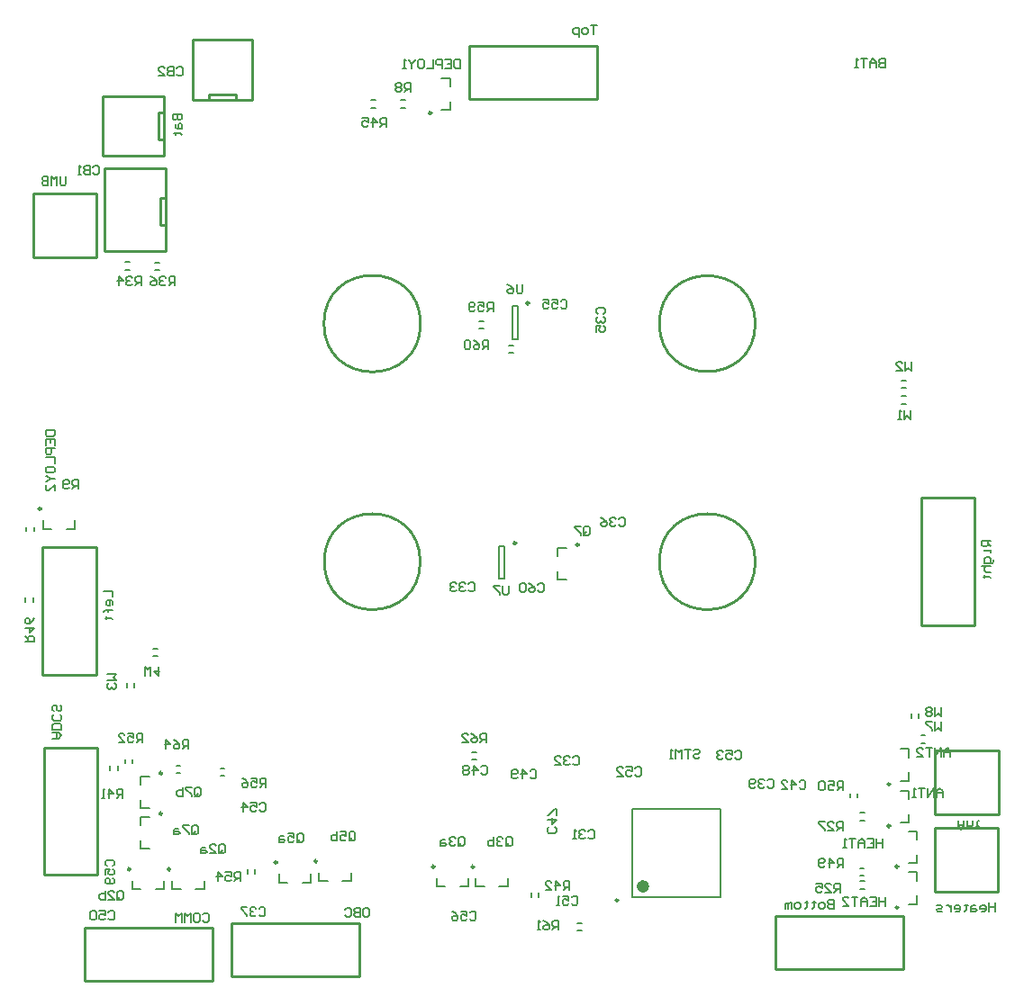
<source format=gbr>
%TF.GenerationSoftware,Altium Limited,Altium Designer,18.1.7 (191)*%
G04 Layer_Color=32896*
%FSLAX43Y43*%
%MOMM*%
%TF.FileFunction,Legend,Bot*%
%TF.Part,Single*%
G01*
G75*
%TA.AperFunction,NonConductor*%
%ADD10C,0.254*%
%ADD72C,0.600*%
%ADD73C,0.250*%
%ADD74C,0.200*%
%ADD75C,0.150*%
D10*
X85760Y58500D02*
G03*
X85760Y58500I-4510J0D01*
G01*
X85760Y80900D02*
G03*
X85760Y80900I-4510J0D01*
G01*
X54260Y58500D02*
G03*
X54260Y58500I-4510J0D01*
G01*
X54290Y80900D02*
G03*
X54290Y80900I-4540J0D01*
G01*
X102625Y34750D02*
Y40750D01*
Y34750D02*
X108625D01*
Y40750D01*
X102625D02*
X108625D01*
X23900Y29025D02*
Y41025D01*
X18900D02*
X23900D01*
X18900Y29025D02*
Y41025D01*
Y29025D02*
X23900D01*
X24600Y87700D02*
X30340D01*
X24600D02*
Y95500D01*
X30340D01*
Y87700D02*
Y95500D01*
X29800Y90210D02*
X30340D01*
X29800D02*
Y92750D01*
X30340D01*
X87675Y25125D02*
X99675D01*
X87675Y20125D02*
Y25125D01*
Y20125D02*
X99675D01*
Y25125D01*
X102600Y27475D02*
Y33475D01*
Y27475D02*
X108600D01*
Y33475D01*
X102600D02*
X108600D01*
X24450Y96711D02*
X30165D01*
Y102299D01*
X24450Y96711D02*
Y102299D01*
X29657Y98235D02*
X30165D01*
X29657D02*
Y100775D01*
X30165D01*
X24450Y102299D02*
X30165D01*
X36500Y19475D02*
X48500D01*
Y24475D01*
X36500D02*
X48500D01*
X36500Y19475D02*
Y24475D01*
X22725Y19075D02*
X34725D01*
Y24075D01*
X22725D02*
X34725D01*
X22725Y19075D02*
Y24075D01*
X18775Y47875D02*
Y59875D01*
Y47875D02*
X23775D01*
X18775Y59875D02*
X23775D01*
Y47875D02*
Y59875D01*
X101400Y52550D02*
Y64550D01*
Y52550D02*
X106400D01*
Y64550D01*
X101400D02*
X106400D01*
X32861Y101935D02*
Y107650D01*
Y101935D02*
X38449D01*
X32861Y107650D02*
X38449D01*
X34385Y101935D02*
Y102443D01*
X36925D01*
Y101935D02*
Y102443D01*
X38449Y101935D02*
Y107650D01*
X70900Y102075D02*
Y107075D01*
X58900Y102075D02*
X70900D01*
X58900D02*
Y107075D01*
X70900D01*
X23850Y87150D02*
Y93150D01*
X17850D02*
X23850D01*
X17850Y87150D02*
Y93150D01*
Y87150D02*
X23850D01*
D72*
X75500Y27950D02*
G03*
X75500Y27950I-300J0D01*
G01*
D73*
X72875Y26650D02*
G03*
X72875Y26650I-125J0D01*
G01*
X30000Y38600D02*
G03*
X30000Y38600I-125J0D01*
G01*
Y34800D02*
G03*
X30000Y34800I-125J0D01*
G01*
X44575Y30325D02*
G03*
X44575Y30325I-125J0D01*
G01*
X59325Y29800D02*
G03*
X59325Y29800I-125J0D01*
G01*
X27000Y29575D02*
G03*
X27000Y29575I-125J0D01*
G01*
X40800Y30200D02*
G03*
X40800Y30200I-125J0D01*
G01*
X99200Y29825D02*
G03*
X99200Y29825I-125J0D01*
G01*
X98450Y37575D02*
G03*
X98450Y37575I-125J0D01*
G01*
X18625Y63475D02*
G03*
X18625Y63475I-125J0D01*
G01*
X55325Y100725D02*
G03*
X55325Y100725I-125J0D01*
G01*
X55625Y29800D02*
G03*
X55625Y29800I-125J0D01*
G01*
X63275Y60250D02*
G03*
X63275Y60250I-125J0D01*
G01*
X64500Y82825D02*
G03*
X64500Y82825I-125J0D01*
G01*
X30775Y29575D02*
G03*
X30775Y29575I-125J0D01*
G01*
X69175Y60100D02*
G03*
X69175Y60100I-125J0D01*
G01*
X98450Y33650D02*
G03*
X98450Y33650I-125J0D01*
G01*
X99200Y25975D02*
G03*
X99200Y25975I-125J0D01*
G01*
D74*
X82500Y26950D02*
Y35250D01*
X74200D02*
X82500D01*
X74200Y26950D02*
X82500D01*
X74200D02*
Y35250D01*
X31325Y38600D02*
X31725D01*
X31325Y39300D02*
X31725D01*
X28000Y38300D02*
X28800D01*
X28000Y37500D02*
Y38300D01*
Y35300D02*
X28800D01*
X28000D02*
Y36100D01*
Y34500D02*
X28800D01*
X28000Y33700D02*
Y34500D01*
Y31500D02*
X28800D01*
X28000D02*
Y32300D01*
X59150Y40600D02*
X59550D01*
X59150Y39900D02*
X59550D01*
X44750Y28450D02*
Y29250D01*
Y28450D02*
X45550D01*
X47750D02*
Y29250D01*
X46950Y28450D02*
X47750D01*
X59500Y27925D02*
Y28725D01*
Y27925D02*
X60300D01*
X62500D02*
Y28725D01*
X61700Y27925D02*
X62500D01*
X27175Y27700D02*
Y28500D01*
Y27700D02*
X27975D01*
X30175D02*
Y28500D01*
X29375Y27700D02*
X30175D01*
X35475Y38350D02*
X35875D01*
X35475Y39050D02*
X35875D01*
X38725Y29150D02*
Y29550D01*
X38025Y29150D02*
Y29550D01*
X40975Y28325D02*
Y29125D01*
Y28325D02*
X41775D01*
X43975D02*
Y29125D01*
X43175Y28325D02*
X43975D01*
X64725Y26975D02*
Y27375D01*
X65425Y26975D02*
Y27375D01*
X26500Y39525D02*
Y39925D01*
X27200Y39525D02*
Y39925D01*
X95400Y36300D02*
Y36700D01*
X94700Y36300D02*
Y36700D01*
X95575Y28950D02*
X95975D01*
X95575Y29650D02*
X95975D01*
X17150Y54725D02*
Y55125D01*
X17850Y54725D02*
Y55125D01*
X49675Y101925D02*
X50075D01*
X49675Y101225D02*
X50075D01*
X100950Y32325D02*
Y33125D01*
X100150D02*
X100950D01*
Y30125D02*
Y30925D01*
X100150Y30125D02*
X100950D01*
X100200Y40075D02*
Y40875D01*
X99400D02*
X100200D01*
Y37875D02*
Y38675D01*
X99400Y37875D02*
X100200D01*
X21000Y61600D02*
X21800D01*
Y62400D01*
X18800Y61600D02*
X19600D01*
X18800D02*
Y62400D01*
X57075Y103225D02*
Y104025D01*
X56275D02*
X57075D01*
Y101025D02*
Y101825D01*
X56275Y101025D02*
X57075D01*
X55800Y27925D02*
Y28725D01*
Y27925D02*
X56600D01*
X58800D02*
Y28725D01*
X58000Y27925D02*
X58800D01*
X61700Y56875D02*
Y59975D01*
X62200Y56875D02*
Y59975D01*
X61700Y56875D02*
X62200D01*
X61700Y59975D02*
X62200D01*
X62925Y79450D02*
Y82550D01*
X63425Y79450D02*
Y82550D01*
X62925Y79450D02*
X63425D01*
X62925Y82550D02*
X63425D01*
X25125Y38875D02*
Y39275D01*
X25825Y38875D02*
Y39275D01*
X29325Y86650D02*
X29725D01*
X29325Y85950D02*
X29725D01*
X26550Y86675D02*
X26950D01*
X26550Y85975D02*
X26950D01*
X95600Y34175D02*
X96000D01*
X95600Y34875D02*
X96000D01*
X17950Y61375D02*
Y61775D01*
X17250Y61375D02*
Y61775D01*
X52450Y101225D02*
X52850D01*
X52450Y101925D02*
X52850D01*
X30950Y27700D02*
Y28500D01*
Y27700D02*
X31750D01*
X33950D02*
Y28500D01*
X33150Y27700D02*
X33950D01*
X95625Y27725D02*
X96025D01*
X95625Y28425D02*
X96025D01*
X67175Y56800D02*
Y57600D01*
Y56800D02*
X67975D01*
X67175Y59000D02*
Y59800D01*
X67975D01*
X59800Y81150D02*
X60200D01*
X59800Y80450D02*
X60200D01*
X62575Y78150D02*
X62975D01*
X62575Y78850D02*
X62975D01*
X69025Y23825D02*
X69425D01*
X69025Y24525D02*
X69425D01*
X100200Y36150D02*
Y36950D01*
X99400D02*
X100200D01*
Y33950D02*
Y34750D01*
X99400Y33950D02*
X100200D01*
X100950Y28475D02*
Y29275D01*
X100150D02*
X100950D01*
Y26275D02*
Y27075D01*
X100150Y26275D02*
X100950D01*
X99500Y74850D02*
X99900D01*
X99500Y75550D02*
X99900D01*
X99500Y73375D02*
X99900D01*
X99500Y74075D02*
X99900D01*
X29150Y50325D02*
X29550D01*
X29150Y49625D02*
X29550D01*
X27400Y46700D02*
Y47100D01*
X26700Y46700D02*
Y47100D01*
X101350Y42150D02*
X101750D01*
X101350Y41450D02*
X101750D01*
X100450Y43800D02*
Y44200D01*
X101150Y43800D02*
Y44200D01*
D75*
X79984Y40708D02*
X80125Y40850D01*
X80408D01*
X80550Y40708D01*
Y40566D01*
X80408Y40425D01*
X80125D01*
X79984Y40283D01*
Y40142D01*
X80125Y40000D01*
X80408D01*
X80550Y40142D01*
X79700Y40850D02*
X79134D01*
X79417D01*
Y40000D01*
X78851D02*
Y40850D01*
X78567Y40566D01*
X78284Y40850D01*
Y40000D01*
X78001D02*
X77718D01*
X77859D01*
Y40850D01*
X78001Y40708D01*
X32475Y40875D02*
Y41725D01*
X32050D01*
X31909Y41583D01*
Y41300D01*
X32050Y41158D01*
X32475D01*
X32192D02*
X31909Y40875D01*
X31059Y41725D02*
X31342Y41583D01*
X31625Y41300D01*
Y41017D01*
X31484Y40875D01*
X31200D01*
X31059Y41017D01*
Y41158D01*
X31200Y41300D01*
X31625D01*
X30351Y40875D02*
Y41725D01*
X30776Y41300D01*
X30209D01*
X33084Y36567D02*
Y37133D01*
X33225Y37275D01*
X33508D01*
X33650Y37133D01*
Y36567D01*
X33508Y36425D01*
X33225D01*
X33367Y36708D02*
X33084Y36425D01*
X33225D02*
X33084Y36567D01*
X32800Y37275D02*
X32234D01*
Y37133D01*
X32800Y36567D01*
Y36425D01*
X31951Y37275D02*
Y36425D01*
X31526D01*
X31384Y36567D01*
Y36708D01*
Y36850D01*
X31526Y36991D01*
X31951D01*
X32809Y32967D02*
Y33533D01*
X32950Y33675D01*
X33233D01*
X33375Y33533D01*
Y32967D01*
X33233Y32825D01*
X32950D01*
X33092Y33108D02*
X32809Y32825D01*
X32950D02*
X32809Y32967D01*
X32525Y33675D02*
X31959D01*
Y33533D01*
X32525Y32967D01*
Y32825D01*
X31534Y33391D02*
X31251D01*
X31109Y33250D01*
Y32825D01*
X31534D01*
X31676Y32967D01*
X31534Y33108D01*
X31109D01*
X24792Y29884D02*
X24650Y30025D01*
Y30308D01*
X24792Y30450D01*
X25358D01*
X25500Y30308D01*
Y30025D01*
X25358Y29884D01*
X24650Y29034D02*
Y29600D01*
X25075D01*
X24934Y29317D01*
Y29175D01*
X25075Y29034D01*
X25358D01*
X25500Y29175D01*
Y29459D01*
X25358Y29600D01*
Y28751D02*
X25500Y28609D01*
Y28326D01*
X25358Y28184D01*
X24792D01*
X24650Y28326D01*
Y28609D01*
X24792Y28751D01*
X24934D01*
X25075Y28609D01*
Y28184D01*
X20975Y94750D02*
Y94042D01*
X20833Y93900D01*
X20550D01*
X20409Y94042D01*
Y94750D01*
X20125Y93900D02*
Y94750D01*
X19842Y94466D01*
X19559Y94750D01*
Y93900D01*
X19276Y94750D02*
Y93900D01*
X18851D01*
X18709Y94042D01*
Y94183D01*
X18851Y94325D01*
X19276D01*
X18851D01*
X18709Y94466D01*
Y94608D01*
X18851Y94750D01*
X19276D01*
X60452Y41504D02*
Y42353D01*
X60027D01*
X59886Y42212D01*
Y41928D01*
X60027Y41787D01*
X60452D01*
X60169D02*
X59886Y41504D01*
X59036Y42353D02*
X59319Y42212D01*
X59602Y41928D01*
Y41645D01*
X59461Y41504D01*
X59177D01*
X59036Y41645D01*
Y41787D01*
X59177Y41928D01*
X59602D01*
X58186Y41504D02*
X58753D01*
X58186Y42070D01*
Y42212D01*
X58328Y42353D01*
X58611D01*
X58753Y42212D01*
X19700Y41875D02*
X20266D01*
X20550Y42158D01*
X20266Y42441D01*
X19700D01*
X20125D01*
Y41875D01*
X20550Y42725D02*
X19700D01*
Y43150D01*
X19842Y43291D01*
X20408D01*
X20550Y43150D01*
Y42725D01*
X20408Y44141D02*
X20550Y43999D01*
Y43716D01*
X20408Y43574D01*
X19842D01*
X19700Y43716D01*
Y43999D01*
X19842Y44141D01*
X20408Y44991D02*
X20550Y44849D01*
Y44566D01*
X20408Y44424D01*
X20266D01*
X20125Y44566D01*
Y44849D01*
X19983Y44991D01*
X19842D01*
X19700Y44849D01*
Y44566D01*
X19842Y44424D01*
X47584Y32396D02*
Y32962D01*
X47726Y33104D01*
X48009D01*
X48151Y32962D01*
Y32396D01*
X48009Y32254D01*
X47726D01*
X47868Y32537D02*
X47584Y32254D01*
X47726D02*
X47584Y32396D01*
X46735Y33104D02*
X47301D01*
Y32679D01*
X47018Y32820D01*
X46876D01*
X46735Y32679D01*
Y32396D01*
X46876Y32254D01*
X47159D01*
X47301Y32396D01*
X46451Y33104D02*
Y32254D01*
X46026D01*
X45885Y32396D01*
Y32537D01*
Y32679D01*
X46026Y32820D01*
X46451D01*
X62324Y31866D02*
Y32433D01*
X62466Y32574D01*
X62749D01*
X62890Y32433D01*
Y31866D01*
X62749Y31725D01*
X62466D01*
X62607Y32008D02*
X62324Y31725D01*
X62466D02*
X62324Y31866D01*
X62041Y32433D02*
X61899Y32574D01*
X61616D01*
X61474Y32433D01*
Y32291D01*
X61616Y32149D01*
X61757D01*
X61616D01*
X61474Y32008D01*
Y31866D01*
X61616Y31725D01*
X61899D01*
X62041Y31866D01*
X61191Y32574D02*
Y31725D01*
X60766D01*
X60624Y31866D01*
Y32008D01*
Y32149D01*
X60766Y32291D01*
X61191D01*
X25759Y26817D02*
Y27383D01*
X25900Y27525D01*
X26183D01*
X26325Y27383D01*
Y26817D01*
X26183Y26675D01*
X25900D01*
X26042Y26958D02*
X25759Y26675D01*
X25900D02*
X25759Y26817D01*
X24909Y26675D02*
X25475D01*
X24909Y27241D01*
Y27383D01*
X25050Y27525D01*
X25334D01*
X25475Y27383D01*
X24626Y27525D02*
Y26675D01*
X24201D01*
X24059Y26817D01*
Y26958D01*
Y27100D01*
X24201Y27241D01*
X24626D01*
X39775Y37300D02*
Y38150D01*
X39350D01*
X39209Y38008D01*
Y37725D01*
X39350Y37583D01*
X39775D01*
X39492D02*
X39209Y37300D01*
X38359Y38150D02*
X38925D01*
Y37725D01*
X38642Y37866D01*
X38500D01*
X38359Y37725D01*
Y37442D01*
X38500Y37300D01*
X38784D01*
X38925Y37442D01*
X37509Y38150D02*
X37792Y38008D01*
X38076Y37725D01*
Y37442D01*
X37934Y37300D01*
X37651D01*
X37509Y37442D01*
Y37583D01*
X37651Y37725D01*
X38076D01*
X37350Y28425D02*
Y29275D01*
X36925D01*
X36784Y29133D01*
Y28850D01*
X36925Y28708D01*
X37350D01*
X37067D02*
X36784Y28425D01*
X35934Y29275D02*
X36500D01*
Y28850D01*
X36217Y28991D01*
X36075D01*
X35934Y28850D01*
Y28567D01*
X36075Y28425D01*
X36359D01*
X36500Y28567D01*
X35226Y28425D02*
Y29275D01*
X35651Y28850D01*
X35084D01*
X42684Y32242D02*
Y32808D01*
X42825Y32950D01*
X43108D01*
X43250Y32808D01*
Y32242D01*
X43108Y32100D01*
X42825D01*
X42967Y32383D02*
X42684Y32100D01*
X42825D02*
X42684Y32242D01*
X41834Y32950D02*
X42400D01*
Y32525D01*
X42117Y32666D01*
X41975D01*
X41834Y32525D01*
Y32242D01*
X41975Y32100D01*
X42259D01*
X42400Y32242D01*
X41409Y32666D02*
X41126D01*
X40984Y32525D01*
Y32100D01*
X41409D01*
X41551Y32242D01*
X41409Y32383D01*
X40984D01*
X68300Y27575D02*
Y28425D01*
X67875D01*
X67734Y28283D01*
Y28000D01*
X67875Y27858D01*
X68300D01*
X68017D02*
X67734Y27575D01*
X67025D02*
Y28425D01*
X67450Y28000D01*
X66884D01*
X66034Y27575D02*
X66601D01*
X66034Y28141D01*
Y28283D01*
X66176Y28425D01*
X66459D01*
X66601Y28283D01*
X28175Y41500D02*
Y42350D01*
X27750D01*
X27609Y42208D01*
Y41925D01*
X27750Y41783D01*
X28175D01*
X27892D02*
X27609Y41500D01*
X26759Y42350D02*
X27325D01*
Y41925D01*
X27042Y42066D01*
X26900D01*
X26759Y41925D01*
Y41642D01*
X26900Y41500D01*
X27184D01*
X27325Y41642D01*
X25909Y41500D02*
X26476D01*
X25909Y42066D01*
Y42208D01*
X26051Y42350D01*
X26334D01*
X26476Y42208D01*
X94025Y36975D02*
Y37825D01*
X93600D01*
X93459Y37683D01*
Y37400D01*
X93600Y37258D01*
X94025D01*
X93742D02*
X93459Y36975D01*
X92609Y37825D02*
X93175D01*
Y37400D01*
X92892Y37541D01*
X92750D01*
X92609Y37400D01*
Y37117D01*
X92750Y36975D01*
X93034D01*
X93175Y37117D01*
X92326Y37683D02*
X92184Y37825D01*
X91901D01*
X91759Y37683D01*
Y37117D01*
X91901Y36975D01*
X92184D01*
X92326Y37117D01*
Y37683D01*
X94025Y29725D02*
Y30575D01*
X93600D01*
X93459Y30433D01*
Y30150D01*
X93600Y30008D01*
X94025D01*
X93742D02*
X93459Y29725D01*
X92750D02*
Y30575D01*
X93175Y30150D01*
X92609D01*
X92326Y29867D02*
X92184Y29725D01*
X91901D01*
X91759Y29867D01*
Y30433D01*
X91901Y30575D01*
X92184D01*
X92326Y30433D01*
Y30291D01*
X92184Y30150D01*
X91759D01*
X17125Y50950D02*
X17975D01*
Y51375D01*
X17833Y51516D01*
X17550D01*
X17408Y51375D01*
Y50950D01*
Y51233D02*
X17125Y51516D01*
Y52225D02*
X17975D01*
X17550Y51800D01*
Y52366D01*
X17975Y53216D02*
X17833Y52933D01*
X17550Y52649D01*
X17267D01*
X17125Y52791D01*
Y53074D01*
X17267Y53216D01*
X17408D01*
X17550Y53074D01*
Y52649D01*
X51050Y99400D02*
Y100250D01*
X50625D01*
X50484Y100108D01*
Y99825D01*
X50625Y99683D01*
X51050D01*
X50767D02*
X50484Y99400D01*
X49775D02*
Y100250D01*
X50200Y99825D01*
X49634D01*
X48784Y100250D02*
X49351D01*
Y99825D01*
X49067Y99966D01*
X48926D01*
X48784Y99825D01*
Y99542D01*
X48926Y99400D01*
X49209D01*
X49351Y99542D01*
X23509Y95633D02*
X23650Y95775D01*
X23933D01*
X24075Y95633D01*
Y95067D01*
X23933Y94925D01*
X23650D01*
X23509Y95067D01*
X23225Y95775D02*
Y94925D01*
X22800D01*
X22659Y95067D01*
Y95208D01*
X22800Y95350D01*
X23225D01*
X22800D01*
X22659Y95491D01*
Y95633D01*
X22800Y95775D01*
X23225D01*
X22376Y94925D02*
X22092D01*
X22234D01*
Y95775D01*
X22376Y95633D01*
X93125Y26725D02*
Y25875D01*
X92700D01*
X92559Y26017D01*
Y26158D01*
X92700Y26300D01*
X93125D01*
X92700D01*
X92559Y26441D01*
Y26583D01*
X92700Y26725D01*
X93125D01*
X92134Y25875D02*
X91850D01*
X91709Y26017D01*
Y26300D01*
X91850Y26441D01*
X92134D01*
X92275Y26300D01*
Y26017D01*
X92134Y25875D01*
X91284Y26583D02*
Y26441D01*
X91426D01*
X91142D01*
X91284D01*
Y26017D01*
X91142Y25875D01*
X90576Y26583D02*
Y26441D01*
X90717D01*
X90434D01*
X90576D01*
Y26017D01*
X90434Y25875D01*
X89868D02*
X89584D01*
X89443Y26017D01*
Y26300D01*
X89584Y26441D01*
X89868D01*
X90009Y26300D01*
Y26017D01*
X89868Y25875D01*
X89160D02*
Y26441D01*
X89018D01*
X88876Y26300D01*
Y25875D01*
Y26300D01*
X88735Y26441D01*
X88593Y26300D01*
Y25875D01*
X97725Y32475D02*
Y31625D01*
Y32050D01*
X97159D01*
Y32475D01*
Y31625D01*
X96309Y32475D02*
X96875D01*
Y31625D01*
X96309D01*
X96875Y32050D02*
X96592D01*
X96026Y31625D02*
Y32191D01*
X95742Y32475D01*
X95459Y32191D01*
Y31625D01*
Y32050D01*
X96026D01*
X95176Y32475D02*
X94609D01*
X94893D01*
Y31625D01*
X94326D02*
X94043D01*
X94184D01*
Y32475D01*
X94326Y32333D01*
X108300Y26425D02*
Y25575D01*
Y26000D01*
X107734D01*
Y26425D01*
Y25575D01*
X107025D02*
X107309D01*
X107450Y25717D01*
Y26000D01*
X107309Y26141D01*
X107025D01*
X106884Y26000D01*
Y25858D01*
X107450D01*
X106459Y26141D02*
X106176D01*
X106034Y26000D01*
Y25575D01*
X106459D01*
X106601Y25717D01*
X106459Y25858D01*
X106034D01*
X105609Y26283D02*
Y26141D01*
X105751D01*
X105468D01*
X105609D01*
Y25717D01*
X105468Y25575D01*
X104618D02*
X104901D01*
X105043Y25717D01*
Y26000D01*
X104901Y26141D01*
X104618D01*
X104476Y26000D01*
Y25858D01*
X105043D01*
X104193Y26141D02*
Y25575D01*
Y25858D01*
X104051Y26000D01*
X103910Y26141D01*
X103768D01*
X103343Y25575D02*
X102918D01*
X102777Y25717D01*
X102918Y25858D01*
X103202D01*
X103343Y26000D01*
X103202Y26141D01*
X102777D01*
X103375Y36375D02*
Y36941D01*
X103092Y37225D01*
X102809Y36941D01*
Y36375D01*
Y36800D01*
X103375D01*
X102525Y36375D02*
Y37225D01*
X101959Y36375D01*
Y37225D01*
X101676D02*
X101109D01*
X101392D01*
Y36375D01*
X100826D02*
X100543D01*
X100684D01*
Y37225D01*
X100826Y37083D01*
X19050Y70850D02*
X19900D01*
Y70425D01*
X19758Y70284D01*
X19192D01*
X19050Y70425D01*
Y70850D01*
Y69434D02*
Y70000D01*
X19900D01*
Y69434D01*
X19475Y70000D02*
Y69717D01*
X19900Y69151D02*
X19050D01*
Y68726D01*
X19192Y68584D01*
X19475D01*
X19617Y68726D01*
Y69151D01*
X19050Y68301D02*
X19900D01*
Y67734D01*
X19050Y67026D02*
Y67309D01*
X19192Y67451D01*
X19758D01*
X19900Y67309D01*
Y67026D01*
X19758Y66885D01*
X19192D01*
X19050Y67026D01*
Y66601D02*
X19192D01*
X19475Y66318D01*
X19192Y66035D01*
X19050D01*
X19475Y66318D02*
X19900D01*
Y65185D02*
Y65752D01*
X19334Y65185D01*
X19192D01*
X19050Y65327D01*
Y65610D01*
X19192Y65752D01*
X58000Y105800D02*
Y104950D01*
X57575D01*
X57434Y105092D01*
Y105658D01*
X57575Y105800D01*
X58000D01*
X56584D02*
X57150D01*
Y104950D01*
X56584D01*
X57150Y105375D02*
X56867D01*
X56301Y104950D02*
Y105800D01*
X55876D01*
X55734Y105658D01*
Y105375D01*
X55876Y105233D01*
X56301D01*
X55451Y105800D02*
Y104950D01*
X54884D01*
X54176Y105800D02*
X54459D01*
X54601Y105658D01*
Y105092D01*
X54459Y104950D01*
X54176D01*
X54035Y105092D01*
Y105658D01*
X54176Y105800D01*
X53751D02*
Y105658D01*
X53468Y105375D01*
X53185Y105658D01*
Y105800D01*
X53468Y105375D02*
Y104950D01*
X52902D02*
X52618D01*
X52760D01*
Y105800D01*
X52902Y105658D01*
X30975Y100625D02*
X31825D01*
Y100200D01*
X31683Y100059D01*
X31542D01*
X31400Y100200D01*
Y100625D01*
Y100200D01*
X31259Y100059D01*
X31117D01*
X30975Y100200D01*
Y100625D01*
X31259Y99634D02*
Y99350D01*
X31400Y99209D01*
X31825D01*
Y99634D01*
X31683Y99775D01*
X31542Y99634D01*
Y99209D01*
X31117Y98784D02*
X31259D01*
Y98926D01*
Y98642D01*
Y98784D01*
X31683D01*
X31825Y98642D01*
X57859Y31892D02*
Y32458D01*
X58000Y32600D01*
X58283D01*
X58425Y32458D01*
Y31892D01*
X58283Y31750D01*
X58000D01*
X58142Y32033D02*
X57859Y31750D01*
X58000D02*
X57859Y31892D01*
X57575Y32458D02*
X57434Y32600D01*
X57150D01*
X57009Y32458D01*
Y32316D01*
X57150Y32175D01*
X57292D01*
X57150D01*
X57009Y32033D01*
Y31892D01*
X57150Y31750D01*
X57434D01*
X57575Y31892D01*
X56584Y32316D02*
X56301D01*
X56159Y32175D01*
Y31750D01*
X56584D01*
X56726Y31892D01*
X56584Y32033D01*
X56159D01*
X58934Y25483D02*
X59075Y25625D01*
X59358D01*
X59500Y25483D01*
Y24917D01*
X59358Y24775D01*
X59075D01*
X58934Y24917D01*
X58084Y25625D02*
X58650D01*
Y25200D01*
X58367Y25341D01*
X58225D01*
X58084Y25200D01*
Y24917D01*
X58225Y24775D01*
X58509D01*
X58650Y24917D01*
X57234Y25625D02*
X57517Y25483D01*
X57801Y25200D01*
Y24917D01*
X57659Y24775D01*
X57376D01*
X57234Y24917D01*
Y25058D01*
X57376Y25200D01*
X57801D01*
X62600Y56275D02*
Y55567D01*
X62458Y55425D01*
X62175D01*
X62034Y55567D01*
Y56275D01*
X61750D02*
X61184D01*
Y56133D01*
X61750Y55567D01*
Y55425D01*
X63881Y84594D02*
Y83885D01*
X63739Y83744D01*
X63456D01*
X63315Y83885D01*
Y84594D01*
X62465D02*
X62748Y84452D01*
X63031Y84169D01*
Y83885D01*
X62890Y83744D01*
X62606D01*
X62465Y83885D01*
Y84027D01*
X62606Y84169D01*
X63031D01*
X26300Y36275D02*
Y37125D01*
X25875D01*
X25734Y36983D01*
Y36700D01*
X25875Y36558D01*
X26300D01*
X26017D02*
X25734Y36275D01*
X25025D02*
Y37125D01*
X25450Y36700D01*
X24884D01*
X24601Y36275D02*
X24317D01*
X24459D01*
Y37125D01*
X24601Y36983D01*
X31200Y84475D02*
Y85325D01*
X30775D01*
X30634Y85183D01*
Y84900D01*
X30775Y84758D01*
X31200D01*
X30917D02*
X30634Y84475D01*
X30350Y85183D02*
X30209Y85325D01*
X29925D01*
X29784Y85183D01*
Y85041D01*
X29925Y84900D01*
X30067D01*
X29925D01*
X29784Y84758D01*
Y84617D01*
X29925Y84475D01*
X30209D01*
X30350Y84617D01*
X28934Y85325D02*
X29217Y85183D01*
X29501Y84900D01*
Y84617D01*
X29359Y84475D01*
X29076D01*
X28934Y84617D01*
Y84758D01*
X29076Y84900D01*
X29501D01*
X28050Y84475D02*
Y85325D01*
X27625D01*
X27484Y85183D01*
Y84900D01*
X27625Y84758D01*
X28050D01*
X27767D02*
X27484Y84475D01*
X27200Y85183D02*
X27059Y85325D01*
X26775D01*
X26634Y85183D01*
Y85041D01*
X26775Y84900D01*
X26917D01*
X26775D01*
X26634Y84758D01*
Y84617D01*
X26775Y84475D01*
X27059D01*
X27200Y84617D01*
X25926Y84475D02*
Y85325D01*
X26351Y84900D01*
X25784D01*
X94000Y33175D02*
Y34025D01*
X93575D01*
X93434Y33883D01*
Y33600D01*
X93575Y33458D01*
X94000D01*
X93717D02*
X93434Y33175D01*
X92584D02*
X93150D01*
X92584Y33741D01*
Y33883D01*
X92725Y34025D01*
X93009D01*
X93150Y33883D01*
X92301Y34025D02*
X91734D01*
Y33883D01*
X92301Y33317D01*
Y33175D01*
X22125Y65350D02*
Y66200D01*
X21700D01*
X21559Y66058D01*
Y65775D01*
X21700Y65633D01*
X22125D01*
X21842D02*
X21559Y65350D01*
X21275Y65492D02*
X21134Y65350D01*
X20850D01*
X20709Y65492D01*
Y66058D01*
X20850Y66200D01*
X21134D01*
X21275Y66058D01*
Y65916D01*
X21134Y65775D01*
X20709D01*
X53375Y102725D02*
Y103575D01*
X52950D01*
X52809Y103433D01*
Y103150D01*
X52950Y103008D01*
X53375D01*
X53092D02*
X52809Y102725D01*
X52525Y103433D02*
X52384Y103575D01*
X52100D01*
X51959Y103433D01*
Y103291D01*
X52100Y103150D01*
X51959Y103008D01*
Y102867D01*
X52100Y102725D01*
X52384D01*
X52525Y102867D01*
Y103008D01*
X52384Y103150D01*
X52525Y103291D01*
Y103433D01*
X52384Y103150D02*
X52100D01*
X35359Y31192D02*
Y31758D01*
X35500Y31900D01*
X35783D01*
X35925Y31758D01*
Y31192D01*
X35783Y31050D01*
X35500D01*
X35642Y31333D02*
X35359Y31050D01*
X35500D02*
X35359Y31192D01*
X34509Y31050D02*
X35075D01*
X34509Y31616D01*
Y31758D01*
X34650Y31900D01*
X34934D01*
X35075Y31758D01*
X34084Y31616D02*
X33801D01*
X33659Y31475D01*
Y31050D01*
X34084D01*
X34226Y31192D01*
X34084Y31333D01*
X33659D01*
X83863Y40586D02*
X84005Y40728D01*
X84288D01*
X84430Y40586D01*
Y40020D01*
X84288Y39878D01*
X84005D01*
X83863Y40020D01*
X83013Y40728D02*
X83580D01*
Y40303D01*
X83297Y40444D01*
X83155D01*
X83013Y40303D01*
Y40020D01*
X83155Y39878D01*
X83438D01*
X83580Y40020D01*
X82730Y40586D02*
X82589Y40728D01*
X82305D01*
X82164Y40586D01*
Y40444D01*
X82305Y40303D01*
X82447D01*
X82305D01*
X82164Y40161D01*
Y40020D01*
X82305Y39878D01*
X82589D01*
X82730Y40020D01*
X74459Y39033D02*
X74600Y39175D01*
X74883D01*
X75025Y39033D01*
Y38467D01*
X74883Y38325D01*
X74600D01*
X74459Y38467D01*
X73609Y39175D02*
X74175D01*
Y38750D01*
X73892Y38891D01*
X73750D01*
X73609Y38750D01*
Y38467D01*
X73750Y38325D01*
X74034D01*
X74175Y38467D01*
X72759Y38325D02*
X73326D01*
X72759Y38891D01*
Y39033D01*
X72901Y39175D01*
X73184D01*
X73326Y39033D01*
X24959Y25508D02*
X25100Y25650D01*
X25383D01*
X25525Y25508D01*
Y24942D01*
X25383Y24800D01*
X25100D01*
X24959Y24942D01*
X24109Y25650D02*
X24675D01*
Y25225D01*
X24392Y25366D01*
X24250D01*
X24109Y25225D01*
Y24942D01*
X24250Y24800D01*
X24534D01*
X24675Y24942D01*
X23826Y25508D02*
X23684Y25650D01*
X23401D01*
X23259Y25508D01*
Y24942D01*
X23401Y24800D01*
X23684D01*
X23826Y24942D01*
Y25508D01*
X39109Y25833D02*
X39250Y25975D01*
X39533D01*
X39675Y25833D01*
Y25267D01*
X39533Y25125D01*
X39250D01*
X39109Y25267D01*
X38825Y25833D02*
X38684Y25975D01*
X38400D01*
X38259Y25833D01*
Y25691D01*
X38400Y25550D01*
X38542D01*
X38400D01*
X38259Y25408D01*
Y25267D01*
X38400Y25125D01*
X38684D01*
X38825Y25267D01*
X37976Y25975D02*
X37409D01*
Y25833D01*
X37976Y25267D01*
Y25125D01*
X59959Y39183D02*
X60100Y39325D01*
X60383D01*
X60525Y39183D01*
Y38617D01*
X60383Y38475D01*
X60100D01*
X59959Y38617D01*
X59250Y38475D02*
Y39325D01*
X59675Y38900D01*
X59109D01*
X58826Y39183D02*
X58684Y39325D01*
X58401D01*
X58259Y39183D01*
Y39041D01*
X58401Y38900D01*
X58259Y38758D01*
Y38617D01*
X58401Y38475D01*
X58684D01*
X58826Y38617D01*
Y38758D01*
X58684Y38900D01*
X58826Y39041D01*
Y39183D01*
X58684Y38900D02*
X58401D01*
X66908Y33516D02*
X67050Y33375D01*
Y33092D01*
X66908Y32950D01*
X66342D01*
X66200Y33092D01*
Y33375D01*
X66342Y33516D01*
X66200Y34225D02*
X67050D01*
X66625Y33800D01*
Y34366D01*
X67050Y34649D02*
Y35216D01*
X66908D01*
X66342Y34649D01*
X66200D01*
X70942Y81809D02*
X70800Y81950D01*
Y82233D01*
X70942Y82375D01*
X71508D01*
X71650Y82233D01*
Y81950D01*
X71508Y81809D01*
X70942Y81525D02*
X70800Y81384D01*
Y81100D01*
X70942Y80959D01*
X71084D01*
X71225Y81100D01*
Y81242D01*
Y81100D01*
X71367Y80959D01*
X71508D01*
X71650Y81100D01*
Y81384D01*
X71508Y81525D01*
X70800Y80109D02*
Y80676D01*
X71225D01*
X71084Y80392D01*
Y80251D01*
X71225Y80109D01*
X71508D01*
X71650Y80251D01*
Y80534D01*
X71508Y80676D01*
X72934Y62533D02*
X73075Y62675D01*
X73358D01*
X73500Y62533D01*
Y61967D01*
X73358Y61825D01*
X73075D01*
X72934Y61967D01*
X72650Y62533D02*
X72509Y62675D01*
X72225D01*
X72084Y62533D01*
Y62391D01*
X72225Y62250D01*
X72367D01*
X72225D01*
X72084Y62108D01*
Y61967D01*
X72225Y61825D01*
X72509D01*
X72650Y61967D01*
X71234Y62675D02*
X71517Y62533D01*
X71801Y62250D01*
Y61967D01*
X71659Y61825D01*
X71376D01*
X71234Y61967D01*
Y62108D01*
X71376Y62250D01*
X71801D01*
X86911Y37919D02*
X87053Y38061D01*
X87336D01*
X87478Y37919D01*
Y37353D01*
X87336Y37211D01*
X87053D01*
X86911Y37353D01*
X86628Y37919D02*
X86486Y38061D01*
X86203D01*
X86061Y37919D01*
Y37777D01*
X86203Y37636D01*
X86345D01*
X86203D01*
X86061Y37494D01*
Y37353D01*
X86203Y37211D01*
X86486D01*
X86628Y37353D01*
X85778D02*
X85637Y37211D01*
X85353D01*
X85212Y37353D01*
Y37919D01*
X85353Y38061D01*
X85637D01*
X85778Y37919D01*
Y37777D01*
X85637Y37636D01*
X85212D01*
X89908Y37792D02*
X90050Y37934D01*
X90333D01*
X90475Y37792D01*
Y37226D01*
X90333Y37084D01*
X90050D01*
X89908Y37226D01*
X89200Y37084D02*
Y37934D01*
X89625Y37509D01*
X89059D01*
X88209Y37084D02*
X88775D01*
X88209Y37650D01*
Y37792D01*
X88350Y37934D01*
X88634D01*
X88775Y37792D01*
X68609Y40058D02*
X68750Y40200D01*
X69033D01*
X69175Y40058D01*
Y39492D01*
X69033Y39350D01*
X68750D01*
X68609Y39492D01*
X68325Y40058D02*
X68184Y40200D01*
X67900D01*
X67759Y40058D01*
Y39916D01*
X67900Y39775D01*
X68042D01*
X67900D01*
X67759Y39633D01*
Y39492D01*
X67900Y39350D01*
X68184D01*
X68325Y39492D01*
X66909Y39350D02*
X67476D01*
X66909Y39916D01*
Y40058D01*
X67051Y40200D01*
X67334D01*
X67476Y40058D01*
X64584Y38783D02*
X64725Y38925D01*
X65008D01*
X65150Y38783D01*
Y38217D01*
X65008Y38075D01*
X64725D01*
X64584Y38217D01*
X63875Y38075D02*
Y38925D01*
X64300Y38500D01*
X63734D01*
X63451Y38217D02*
X63309Y38075D01*
X63026D01*
X62884Y38217D01*
Y38783D01*
X63026Y38925D01*
X63309D01*
X63451Y38783D01*
Y38641D01*
X63309Y38500D01*
X62884D01*
X58809Y56408D02*
X58950Y56550D01*
X59233D01*
X59375Y56408D01*
Y55842D01*
X59233Y55700D01*
X58950D01*
X58809Y55842D01*
X58525Y56408D02*
X58384Y56550D01*
X58100D01*
X57959Y56408D01*
Y56266D01*
X58100Y56125D01*
X58242D01*
X58100D01*
X57959Y55983D01*
Y55842D01*
X58100Y55700D01*
X58384D01*
X58525Y55842D01*
X57676Y56408D02*
X57534Y56550D01*
X57251D01*
X57109Y56408D01*
Y56266D01*
X57251Y56125D01*
X57392D01*
X57251D01*
X57109Y55983D01*
Y55842D01*
X57251Y55700D01*
X57534D01*
X57676Y55842D01*
X70059Y33108D02*
X70200Y33250D01*
X70483D01*
X70625Y33108D01*
Y32542D01*
X70483Y32400D01*
X70200D01*
X70059Y32542D01*
X69775Y33108D02*
X69634Y33250D01*
X69350D01*
X69209Y33108D01*
Y32966D01*
X69350Y32825D01*
X69492D01*
X69350D01*
X69209Y32683D01*
Y32542D01*
X69350Y32400D01*
X69634D01*
X69775Y32542D01*
X68926Y32400D02*
X68642D01*
X68784D01*
Y33250D01*
X68926Y33108D01*
X68484Y26908D02*
X68625Y27050D01*
X68908D01*
X69050Y26908D01*
Y26342D01*
X68908Y26200D01*
X68625D01*
X68484Y26342D01*
X67634Y27050D02*
X68200D01*
Y26625D01*
X67917Y26766D01*
X67775D01*
X67634Y26625D01*
Y26342D01*
X67775Y26200D01*
X68059D01*
X68200Y26342D01*
X67351Y26200D02*
X67067D01*
X67209D01*
Y27050D01*
X67351Y26908D01*
X49025Y25925D02*
X49308D01*
X49450Y25783D01*
Y25217D01*
X49308Y25075D01*
X49025D01*
X48884Y25217D01*
Y25783D01*
X49025Y25925D01*
X48600D02*
Y25075D01*
X48175D01*
X48034Y25217D01*
Y25358D01*
X48175Y25500D01*
X48600D01*
X48175D01*
X48034Y25641D01*
Y25783D01*
X48175Y25925D01*
X48600D01*
X47184Y25783D02*
X47326Y25925D01*
X47609D01*
X47751Y25783D01*
Y25217D01*
X47609Y25075D01*
X47326D01*
X47184Y25217D01*
X33809Y25308D02*
X33950Y25450D01*
X34233D01*
X34375Y25308D01*
Y24742D01*
X34233Y24600D01*
X33950D01*
X33809Y24742D01*
X33100Y25450D02*
X33384D01*
X33525Y25308D01*
Y24742D01*
X33384Y24600D01*
X33100D01*
X32959Y24742D01*
Y25308D01*
X33100Y25450D01*
X32676Y24600D02*
Y25450D01*
X32392Y25166D01*
X32109Y25450D01*
Y24600D01*
X31826D02*
Y25450D01*
X31543Y25166D01*
X31259Y25450D01*
Y24600D01*
X24500Y55750D02*
X25350D01*
Y55184D01*
Y54475D02*
Y54759D01*
X25208Y54900D01*
X24925D01*
X24784Y54759D01*
Y54475D01*
X24925Y54334D01*
X25067D01*
Y54900D01*
X25350Y53909D02*
X24642D01*
X24925D01*
Y54051D01*
Y53767D01*
Y53909D01*
X24642D01*
X24500Y53767D01*
X24642Y53201D02*
X24784D01*
Y53342D01*
Y53059D01*
Y53201D01*
X25208D01*
X25350Y53059D01*
X107900Y60500D02*
X107050D01*
Y60075D01*
X107192Y59934D01*
X107475D01*
X107617Y60075D01*
Y60500D01*
Y60217D02*
X107900Y59934D01*
Y59650D02*
Y59367D01*
Y59509D01*
X107334D01*
Y59650D01*
X108183Y58659D02*
Y58517D01*
X108042Y58376D01*
X107334D01*
Y58801D01*
X107475Y58942D01*
X107758D01*
X107900Y58801D01*
Y58376D01*
X107050Y58092D02*
X107900D01*
X107475D01*
X107334Y57951D01*
Y57668D01*
X107475Y57526D01*
X107900D01*
X107192Y57101D02*
X107334D01*
Y57243D01*
Y56959D01*
Y57101D01*
X107758D01*
X107900Y56959D01*
X31359Y104908D02*
X31500Y105050D01*
X31783D01*
X31925Y104908D01*
Y104342D01*
X31783Y104200D01*
X31500D01*
X31359Y104342D01*
X31075Y105050D02*
Y104200D01*
X30650D01*
X30509Y104342D01*
Y104483D01*
X30650Y104625D01*
X31075D01*
X30650D01*
X30509Y104766D01*
Y104908D01*
X30650Y105050D01*
X31075D01*
X29659Y104200D02*
X30226D01*
X29659Y104766D01*
Y104908D01*
X29801Y105050D01*
X30084D01*
X30226Y104908D01*
X97968Y105828D02*
Y104978D01*
X97543D01*
X97401Y105120D01*
Y105261D01*
X97543Y105403D01*
X97968D01*
X97543D01*
X97401Y105545D01*
Y105686D01*
X97543Y105828D01*
X97968D01*
X97118Y104978D02*
Y105545D01*
X96835Y105828D01*
X96552Y105545D01*
Y104978D01*
Y105403D01*
X97118D01*
X96268Y105828D02*
X95702D01*
X95985D01*
Y104978D01*
X95419D02*
X95135D01*
X95277D01*
Y105828D01*
X95419Y105686D01*
X93750Y27400D02*
Y28250D01*
X93325D01*
X93184Y28108D01*
Y27825D01*
X93325Y27683D01*
X93750D01*
X93467D02*
X93184Y27400D01*
X92334D02*
X92900D01*
X92334Y27966D01*
Y28108D01*
X92475Y28250D01*
X92759D01*
X92900Y28108D01*
X91484Y28250D02*
X92051D01*
Y27825D01*
X91767Y27966D01*
X91626D01*
X91484Y27825D01*
Y27542D01*
X91626Y27400D01*
X91909D01*
X92051Y27542D01*
X65309Y56358D02*
X65450Y56500D01*
X65733D01*
X65875Y56358D01*
Y55792D01*
X65733Y55650D01*
X65450D01*
X65309Y55792D01*
X64459Y56500D02*
X64742Y56358D01*
X65025Y56075D01*
Y55792D01*
X64884Y55650D01*
X64600D01*
X64459Y55792D01*
Y55933D01*
X64600Y56075D01*
X65025D01*
X64176Y56358D02*
X64034Y56500D01*
X63751D01*
X63609Y56358D01*
Y55792D01*
X63751Y55650D01*
X64034D01*
X64176Y55792D01*
Y56358D01*
X67484Y83008D02*
X67625Y83150D01*
X67908D01*
X68050Y83008D01*
Y82442D01*
X67908Y82300D01*
X67625D01*
X67484Y82442D01*
X66634Y83150D02*
X67200D01*
Y82725D01*
X66917Y82866D01*
X66775D01*
X66634Y82725D01*
Y82442D01*
X66775Y82300D01*
X67059D01*
X67200Y82442D01*
X65784Y83150D02*
X66351D01*
Y82725D01*
X66067Y82866D01*
X65926D01*
X65784Y82725D01*
Y82442D01*
X65926Y82300D01*
X66209D01*
X66351Y82442D01*
X70866Y109003D02*
X70300D01*
X70583D01*
Y108153D01*
X69875D02*
X69591D01*
X69450Y108295D01*
Y108578D01*
X69591Y108720D01*
X69875D01*
X70016Y108578D01*
Y108295D01*
X69875Y108153D01*
X69167Y107870D02*
Y108720D01*
X68742D01*
X68600Y108578D01*
Y108295D01*
X68742Y108153D01*
X69167D01*
X69614Y61152D02*
Y61719D01*
X69755Y61861D01*
X70039D01*
X70180Y61719D01*
Y61152D01*
X70039Y61011D01*
X69755D01*
X69897Y61294D02*
X69614Y61011D01*
X69755D02*
X69614Y61152D01*
X69330Y61861D02*
X68764D01*
Y61719D01*
X69330Y61152D01*
Y61011D01*
X61112Y82067D02*
Y82917D01*
X60688D01*
X60546Y82776D01*
Y82492D01*
X60688Y82351D01*
X61112D01*
X60829D02*
X60546Y82067D01*
X59696Y82917D02*
X60263D01*
Y82492D01*
X59979Y82634D01*
X59838D01*
X59696Y82492D01*
Y82209D01*
X59838Y82067D01*
X60121D01*
X60263Y82209D01*
X59413D02*
X59271Y82067D01*
X58988D01*
X58846Y82209D01*
Y82776D01*
X58988Y82917D01*
X59271D01*
X59413Y82776D01*
Y82634D01*
X59271Y82492D01*
X58846D01*
X60675Y78500D02*
Y79350D01*
X60250D01*
X60109Y79208D01*
Y78925D01*
X60250Y78783D01*
X60675D01*
X60392D02*
X60109Y78500D01*
X59259Y79350D02*
X59542Y79208D01*
X59825Y78925D01*
Y78642D01*
X59684Y78500D01*
X59400D01*
X59259Y78642D01*
Y78783D01*
X59400Y78925D01*
X59825D01*
X58976Y79208D02*
X58834Y79350D01*
X58551D01*
X58409Y79208D01*
Y78642D01*
X58551Y78500D01*
X58834D01*
X58976Y78642D01*
Y79208D01*
X67250Y23875D02*
Y24725D01*
X66825D01*
X66684Y24583D01*
Y24300D01*
X66825Y24158D01*
X67250D01*
X66967D02*
X66684Y23875D01*
X65834Y24725D02*
X66117Y24583D01*
X66400Y24300D01*
Y24017D01*
X66259Y23875D01*
X65975D01*
X65834Y24017D01*
Y24158D01*
X65975Y24300D01*
X66400D01*
X65551Y23875D02*
X65267D01*
X65409D01*
Y24725D01*
X65551Y24583D01*
X39159Y35683D02*
X39300Y35825D01*
X39583D01*
X39725Y35683D01*
Y35117D01*
X39583Y34975D01*
X39300D01*
X39159Y35117D01*
X38309Y35825D02*
X38875D01*
Y35400D01*
X38592Y35541D01*
X38450D01*
X38309Y35400D01*
Y35117D01*
X38450Y34975D01*
X38734D01*
X38875Y35117D01*
X37601Y34975D02*
Y35825D01*
X38026Y35400D01*
X37459D01*
X104075Y40125D02*
Y40691D01*
X103792Y40975D01*
X103509Y40691D01*
Y40125D01*
Y40550D01*
X104075D01*
X103225Y40125D02*
Y40975D01*
X102659Y40125D01*
Y40975D01*
X102376D02*
X101809D01*
X102092D01*
Y40125D01*
X100959D02*
X101526D01*
X100959Y40691D01*
Y40833D01*
X101101Y40975D01*
X101384D01*
X101526Y40833D01*
X97950Y26975D02*
Y26125D01*
Y26550D01*
X97384D01*
Y26975D01*
Y26125D01*
X96534Y26975D02*
X97100D01*
Y26125D01*
X96534D01*
X97100Y26550D02*
X96817D01*
X96251Y26125D02*
Y26691D01*
X95967Y26975D01*
X95684Y26691D01*
Y26125D01*
Y26550D01*
X96251D01*
X95401Y26975D02*
X94834D01*
X95118D01*
Y26125D01*
X93985D02*
X94551D01*
X93985Y26691D01*
Y26833D01*
X94126Y26975D01*
X94409D01*
X94551Y26833D01*
X104800Y34175D02*
Y33609D01*
X105083Y33325D01*
X105366Y33609D01*
Y34175D01*
Y33750D01*
X104800D01*
X105650Y34175D02*
Y33609D01*
X106075D01*
X106216Y33750D01*
Y34175D01*
X106641Y33467D02*
Y33609D01*
X106499D01*
X106783D01*
X106641D01*
Y34033D01*
X106783Y34175D01*
X100325Y72775D02*
Y71925D01*
X100042Y72208D01*
X99759Y71925D01*
Y72775D01*
X99475Y71925D02*
X99192D01*
X99334D01*
Y72775D01*
X99475Y72633D01*
X100425Y77325D02*
Y76475D01*
X100142Y76758D01*
X99859Y76475D01*
Y77325D01*
X99009Y76475D02*
X99575D01*
X99009Y77041D01*
Y77183D01*
X99150Y77325D01*
X99434D01*
X99575Y77183D01*
X24841Y47903D02*
X25691D01*
X25408Y47620D01*
X25691Y47337D01*
X24841D01*
X24983Y47054D02*
X24841Y46912D01*
Y46629D01*
X24983Y46487D01*
X25125D01*
X25266Y46629D01*
Y46770D01*
Y46629D01*
X25408Y46487D01*
X25549D01*
X25691Y46629D01*
Y46912D01*
X25549Y47054D01*
X28347Y47766D02*
Y48616D01*
X28630Y48333D01*
X28913Y48616D01*
Y47766D01*
X29621Y48616D02*
Y47766D01*
X29196Y48191D01*
X29763D01*
X103225Y43450D02*
Y42600D01*
X102942Y42883D01*
X102659Y42600D01*
Y43450D01*
X102375D02*
X101809D01*
Y43308D01*
X102375Y42742D01*
Y42600D01*
X103225Y44800D02*
Y43950D01*
X102942Y44233D01*
X102659Y43950D01*
Y44800D01*
X102375Y44658D02*
X102234Y44800D01*
X101950D01*
X101809Y44658D01*
Y44516D01*
X101950Y44375D01*
X101809Y44233D01*
Y44092D01*
X101950Y43950D01*
X102234D01*
X102375Y44092D01*
Y44233D01*
X102234Y44375D01*
X102375Y44516D01*
Y44658D01*
X102234Y44375D02*
X101950D01*
%TF.MD5,11bbbd241ae3bcdf979067e21113b233*%
M02*

</source>
